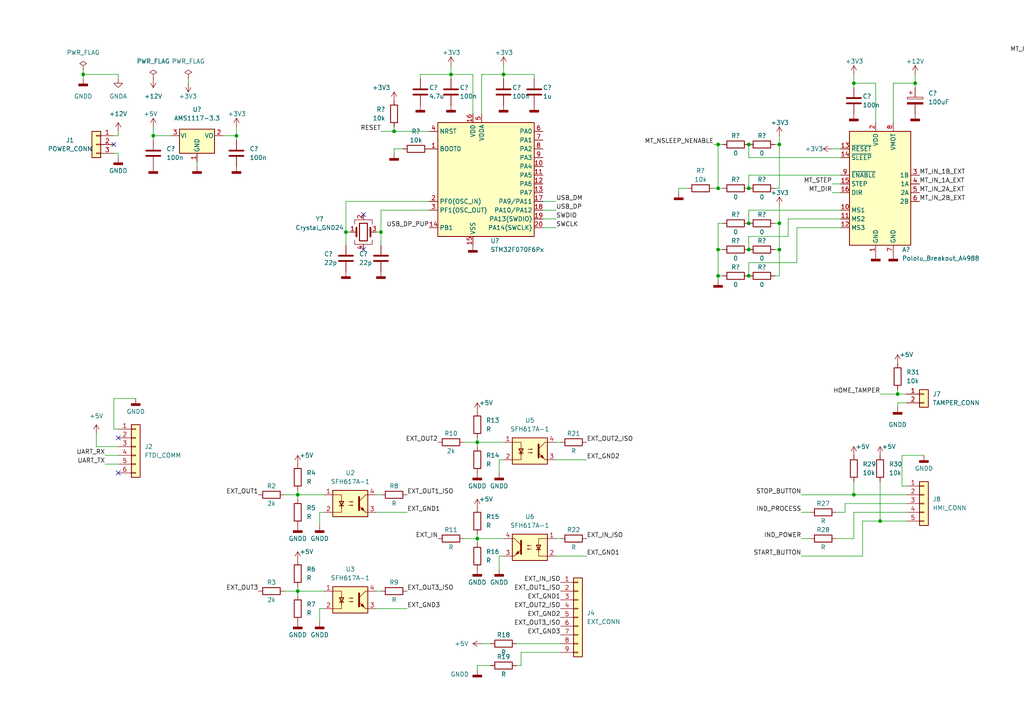
<source format=kicad_sch>
(kicad_sch (version 20211123) (generator eeschema)
  (paper "A4")
  (lib_symbols
    (symbol "Connector:USB_B_Mini" (pin_names (offset 1.016))
      (property "Reference" "J" (at -5.08 11.43 0))
      (property "Value" "USB_B_Mini" (at -5.08 8.89 0))
      (symbol "USB_B_Mini_1_1"
        (pin power_out line (at 7.62 5.08 180) (length 2.54) (name "VBUS") (number "1"))
        (pin bidirectional line (at 7.62 -2.54 180) (length 2.54) (name "D-") (number "2"))
        (pin bidirectional line (at 7.62 0 180) (length 2.54) (name "D+") (number "3"))
        (pin passive line (at 7.62 -5.08 180) (length 2.54) (name "ID") (number "4"))
        (pin power_out line (at 0 -10.16 90) (length 2.54) (name "GND") (number "5"))
        (pin passive line (at -2.54 -10.16 90) (length 2.54) (name "Shield") (number "6"))
      )
    )
    (symbol "Connector_Generic:Conn_01x02" (pin_names (offset 1.016) hide)
      (property "Reference" "J" (at 0 2.54 0))
      (property "Value" "Conn_01x02" (at 0 -5.08 0))
      (symbol "Conn_01x02_1_1"
        (pin passive line (at -5.08 0 0) (length 3.81) (name "Pin_1") (number "1"))
        (pin passive line (at -5.08 -2.54 0) (length 3.81) (name "Pin_2") (number "2"))
      )
    )
    (symbol "Connector_Generic:Conn_01x03" (pin_names (offset 1.016) hide)
      (property "Reference" "J" (at 0 5.08 0))
      (property "Value" "Conn_01x03" (at 0 -5.08 0))
      (symbol "Conn_01x03_1_1"
        (pin passive line (at -5.08 2.54 0) (length 3.81) (name "Pin_1") (number "1"))
        (pin passive line (at -5.08 0 0) (length 3.81) (name "Pin_2") (number "2"))
        (pin passive line (at -5.08 -2.54 0) (length 3.81) (name "Pin_3") (number "3"))
      )
    )
    (symbol "Connector_Generic:Conn_01x04" (pin_names (offset 1.016) hide)
      (property "Reference" "J" (at 0 5.08 0))
      (property "Value" "Conn_01x04" (at 0 -7.62 0))
      (symbol "Conn_01x04_1_1"
        (pin passive line (at -5.08 2.54 0) (length 3.81) (name "Pin_1") (number "1"))
        (pin passive line (at -5.08 0 0) (length 3.81) (name "Pin_2") (number "2"))
        (pin passive line (at -5.08 -2.54 0) (length 3.81) (name "Pin_3") (number "3"))
        (pin passive line (at -5.08 -5.08 0) (length 3.81) (name "Pin_4") (number "4"))
      )
    )
    (symbol "Connector_Generic:Conn_01x05" (pin_names (offset 1.016) hide)
      (property "Reference" "J" (at 0 7.62 0))
      (property "Value" "Conn_01x05" (at 0 -7.62 0))
      (symbol "Conn_01x05_1_1"
        (pin passive line (at -5.08 5.08 0) (length 3.81) (name "Pin_1") (number "1"))
        (pin passive line (at -5.08 2.54 0) (length 3.81) (name "Pin_2") (number "2"))
        (pin passive line (at -5.08 0 0) (length 3.81) (name "Pin_3") (number "3"))
        (pin passive line (at -5.08 -2.54 0) (length 3.81) (name "Pin_4") (number "4"))
        (pin passive line (at -5.08 -5.08 0) (length 3.81) (name "Pin_5") (number "5"))
      )
    )
    (symbol "Connector_Generic:Conn_01x06" (pin_names (offset 1.016) hide)
      (property "Reference" "J" (at 0 7.62 0))
      (property "Value" "Conn_01x06" (at 0 -10.16 0))
      (symbol "Conn_01x06_1_1"
        (pin passive line (at -5.08 5.08 0) (length 3.81) (name "Pin_1") (number "1"))
        (pin passive line (at -5.08 2.54 0) (length 3.81) (name "Pin_2") (number "2"))
        (pin passive line (at -5.08 0 0) (length 3.81) (name "Pin_3") (number "3"))
        (pin passive line (at -5.08 -2.54 0) (length 3.81) (name "Pin_4") (number "4"))
        (pin passive line (at -5.08 -5.08 0) (length 3.81) (name "Pin_5") (number "5"))
        (pin passive line (at -5.08 -7.62 0) (length 3.81) (name "Pin_6") (number "6"))
      )
    )
    (symbol "Connector_Generic:Conn_01x09" (pin_names (offset 1.016) hide)
      (property "Reference" "J" (at 0 12.7 0))
      (property "Value" "Conn_01x09" (at 0 -12.7 0))
      (symbol "Conn_01x09_1_1"
        (pin passive line (at -5.08 10.16 0) (length 3.81) (name "Pin_1") (number "1"))
        (pin passive line (at -5.08 7.62 0) (length 3.81) (name "Pin_2") (number "2"))
        (pin passive line (at -5.08 5.08 0) (length 3.81) (name "Pin_3") (number "3"))
        (pin passive line (at -5.08 2.54 0) (length 3.81) (name "Pin_4") (number "4"))
        (pin passive line (at -5.08 0 0) (length 3.81) (name "Pin_5") (number "5"))
        (pin passive line (at -5.08 -2.54 0) (length 3.81) (name "Pin_6") (number "6"))
        (pin passive line (at -5.08 -5.08 0) (length 3.81) (name "Pin_7") (number "7"))
        (pin passive line (at -5.08 -7.62 0) (length 3.81) (name "Pin_8") (number "8"))
        (pin passive line (at -5.08 -10.16 0) (length 3.81) (name "Pin_9") (number "9"))
      )
    )
    (symbol "Device:Buzzer" (pin_names (offset 0.0254) hide)
      (property "Reference" "BZ" (at 3.81 1.27 0))
      (property "Value" "Buzzer" (at 3.81 -1.27 0))
      (symbol "Buzzer_1_1"
        (pin passive line (at -2.54 2.54 0) (length 2.54) (name "-") (number "1"))
        (pin passive line (at -2.54 -2.54 0) (length 2.54) (name "+") (number "2"))
      )
    )
    (symbol "Device:C" (pin_numbers hide) (pin_names (offset 0.254))
      (property "Reference" "C" (at 0.635 2.54 0))
      (property "Value" "C" (at 0.635 -2.54 0))
      (symbol "C_1_1"
        (pin passive line (at 0 3.81 270) (length 2.794) (name "~") (number "1"))
        (pin passive line (at 0 -3.81 90) (length 2.794) (name "~") (number "2"))
      )
    )
    (symbol "Device:C_Polarized" (pin_numbers hide) (pin_names (offset 0.254))
      (property "Reference" "C" (at 0.635 2.54 0))
      (property "Value" "C_Polarized" (at 0.635 -2.54 0))
      (symbol "C_Polarized_1_1"
        (pin passive line (at 0 3.81 270) (length 2.794) (name "~") (number "1"))
        (pin passive line (at 0 -3.81 90) (length 2.794) (name "~") (number "2"))
      )
    )
    (symbol "Device:Crystal_GND24" (pin_names (offset 1.016) hide)
      (property "Reference" "Y" (at 3.175 5.08 0))
      (property "Value" "Crystal_GND24" (at 3.175 3.175 0))
      (symbol "Crystal_GND24_1_1"
        (pin passive line (at -3.81 0 0) (length 1.27) (name "1") (number "1"))
        (pin passive line (at 0 5.08 270) (length 1.27) (name "2") (number "2"))
        (pin passive line (at 3.81 0 180) (length 1.27) (name "3") (number "3"))
        (pin passive line (at 0 -5.08 90) (length 1.27) (name "4") (number "4"))
      )
    )
    (symbol "Device:R" (pin_numbers hide) (pin_names (offset 0))
      (property "Reference" "R" (at 2.032 0 90))
      (property "Value" "R" (at 0 0 90))
      (symbol "R_1_1"
        (pin passive line (at 0 3.81 270) (length 1.27) (name "~") (number "1"))
        (pin passive line (at 0 -3.81 90) (length 1.27) (name "~") (number "2"))
      )
    )
    (symbol "Driver_Motor:Pololu_Breakout_A4988"
      (property "Reference" "A" (at -2.54 19.05 0))
      (property "Value" "Pololu_Breakout_A4988" (at -2.54 16.51 0))
      (symbol "Pololu_Breakout_A4988_1_1"
        (pin power_in line (at 0 -20.32 90) (length 2.54) (name "GND") (number "1"))
        (pin input line (at -10.16 -7.62 0) (length 2.54) (name "MS1") (number "10"))
        (pin input line (at -10.16 -10.16 0) (length 2.54) (name "MS2") (number "11"))
        (pin input line (at -10.16 -12.7 0) (length 2.54) (name "MS3") (number "12"))
        (pin input line (at -10.16 10.16 0) (length 2.54) (name "~{RESET}") (number "13"))
        (pin input line (at -10.16 7.62 0) (length 2.54) (name "~{SLEEP}") (number "14"))
        (pin input line (at -10.16 0 0) (length 2.54) (name "STEP") (number "15"))
        (pin input line (at -10.16 -2.54 0) (length 2.54) (name "DIR") (number "16"))
        (pin power_in line (at 0 17.78 270) (length 2.54) (name "VDD") (number "2"))
        (pin output line (at 12.7 2.54 180) (length 2.54) (name "1B") (number "3"))
        (pin output line (at 12.7 0 180) (length 2.54) (name "1A") (number "4"))
        (pin output line (at 12.7 -2.54 180) (length 2.54) (name "2A") (number "5"))
        (pin output line (at 12.7 -5.08 180) (length 2.54) (name "2B") (number "6"))
        (pin power_in line (at 5.08 -20.32 90) (length 2.54) (name "GND") (number "7"))
        (pin power_in line (at 5.08 17.78 270) (length 2.54) (name "VMOT") (number "8"))
        (pin input line (at -10.16 2.54 0) (length 2.54) (name "~{ENABLE}") (number "9"))
      )
    )
    (symbol "Isolator:SFH617A-1" (pin_names (offset 1.016))
      (property "Reference" "U" (at -5.08 5.08 0))
      (property "Value" "SFH617A-1" (at 0 5.08 0))
      (symbol "SFH617A-1_1_1"
        (pin passive line (at -7.62 2.54 0) (length 2.54) (name "~") (number "1"))
        (pin passive line (at -7.62 -2.54 0) (length 2.54) (name "~") (number "2"))
        (pin passive line (at 7.62 -2.54 180) (length 2.54) (name "~") (number "3"))
        (pin passive line (at 7.62 2.54 180) (length 2.54) (name "~") (number "4"))
      )
    )
    (symbol "MCU_ST_STM32F0:STM32F070F6Px"
      (property "Reference" "U?" (at -3.0606 -20.32 0))
      (property "Value" "STM32F070F6Px" (at -3.0606 -22.86 0))
      (symbol "STM32F070F6Px_1_1"
        (pin input line (at -17.78 7.62 0) (length 2.54) (name "BOOT0") (number "1"))
        (pin bidirectional line (at 15.24 2.54 180) (length 2.54) (name "PA4") (number "10"))
        (pin bidirectional line (at 15.24 0 180) (length 2.54) (name "PA5") (number "11"))
        (pin bidirectional line (at 15.24 -2.54 180) (length 2.54) (name "PA6") (number "12"))
        (pin bidirectional line (at 15.24 -5.08 180) (length 2.54) (name "PA7") (number "13"))
        (pin bidirectional line (at -17.78 -15.24 0) (length 2.54) (name "PB1") (number "14"))
        (pin power_in line (at -5.08 -20.32 90) (length 2.54) (name "VSS") (number "15"))
        (pin power_in line (at -5.08 17.78 270) (length 2.54) (name "VDD") (number "16"))
        (pin bidirectional line (at 15.24 -7.62 180) (length 2.54) (name "PA9/PA11") (number "17"))
        (pin bidirectional line (at 15.24 -10.16 180) (length 2.54) (name "PA10/PA12") (number "18"))
        (pin bidirectional line (at 15.24 -12.7 180) (length 2.54) (name "PA13(SWDIO)") (number "19"))
        (pin input line (at -17.78 -7.62 0) (length 2.54) (name "PF0(OSC_IN)") (number "2"))
        (pin bidirectional line (at 15.24 -15.24 180) (length 2.54) (name "PA14(SWCLK)") (number "20"))
        (pin input line (at -17.78 -10.16 0) (length 2.54) (name "PF1(OSC_OUT)") (number "3"))
        (pin input line (at -17.78 12.7 0) (length 2.54) (name "NRST") (number "4"))
        (pin power_in line (at -2.54 17.78 270) (length 2.54) (name "VDDA") (number "5"))
        (pin bidirectional line (at 15.24 12.7 180) (length 2.54) (name "PA0") (number "6"))
        (pin bidirectional line (at 15.24 10.16 180) (length 2.54) (name "PA1") (number "7"))
        (pin bidirectional line (at 15.24 7.62 180) (length 2.54) (name "PA2") (number "8"))
        (pin bidirectional line (at 15.24 5.08 180) (length 2.54) (name "PA3") (number "9"))
      )
    )
    (symbol "Regulator_Linear:AMS1117-3.3" (pin_names (offset 0.254))
      (property "Reference" "U" (at -3.81 3.175 0))
      (property "Value" "AMS1117-3.3" (at 0 3.175 0))
      (symbol "AMS1117-3.3_1_1"
        (pin power_in line (at 0 -7.62 90) (length 2.54) (name "GND") (number "1"))
        (pin power_out line (at 7.62 0 180) (length 2.54) (name "VO") (number "2"))
        (pin power_in line (at -7.62 0 0) (length 2.54) (name "VI") (number "3"))
      )
    )
    (symbol "power:+12V" (power) (pin_names (offset 0))
      (property "Value" "+12V" (at 0 3.556 0))
      (symbol "+12V_1_1"
        (pin power_in line (at 0 0 90) (length 0) hide (name "+12V") (number "1"))
      )
    )
    (symbol "power:+3.3V" (power) (pin_names (offset 0))
      (property "Value" "+3.3V" (at 0 3.556 0))
      (symbol "+3.3V_1_1"
        (pin power_in line (at 0 0 90) (length 0) hide (name "+3V3") (number "1"))
      )
    )
    (symbol "power:+5V" (power) (pin_names (offset 0))
      (property "Value" "+5V" (at 0 3.556 0))
      (symbol "+5V_1_1"
        (pin power_in line (at 0 0 90) (length 0) hide (name "+5V") (number "1"))
      )
    )
    (symbol "power:GNDA" (power) (pin_names (offset 0))
      (property "Value" "GNDA" (at 0 -3.81 0))
      (symbol "GNDA_1_1"
        (pin power_in line (at 0 0 270) (length 0) hide (name "GNDA") (number "1"))
      )
    )
    (symbol "power:GNDD" (power) (pin_names (offset 0))
      (property "Value" "GNDD" (at 0 -3.175 0))
      (symbol "GNDD_1_1"
        (pin power_in line (at 0 0 270) (length 0) hide (name "GNDD") (number "1"))
      )
    )
    (symbol "power:PWR_FLAG" (power) (pin_numbers hide) (pin_names (offset 0) hide)
      (property "Value" "PWR_FLAG" (at 0 3.81 0))
      (symbol "PWR_FLAG_0_0"
        (pin power_out line (at 0 0 90) (length 0) (name "pwr") (number "1"))
      )
    )
  )
  (junction (at 68.58 39.37))
  (junction (at 208.28 72.39))
  (junction (at 114.3 38.1))
  (junction (at 138.43 156.21))
  (junction (at 255.27 151.13))
  (junction (at 372.11 111.76))
  (junction (at 100.33 67.31))
  (junction (at 217.17 72.39))
  (junction (at 86.36 143.51))
  (junction (at 138.43 128.27))
  (junction (at 217.17 54.61))
  (junction (at 265.43 24.13))
  (junction (at 247.65 24.13))
  (junction (at 260.35 114.3))
  (junction (at 208.28 41.91))
  (junction (at 217.17 80.01))
  (junction (at 130.81 21.59))
  (junction (at 208.28 80.01))
  (junction (at 226.06 72.39))
  (junction (at 377.19 121.92))
  (junction (at 226.06 41.91))
  (junction (at 217.17 64.77))
  (junction (at 226.06 64.77))
  (junction (at 146.05 21.59))
  (junction (at 110.49 67.31))
  (junction (at 208.28 54.61))
  (junction (at 44.45 39.37))
  (junction (at 217.17 41.91))
  (junction (at 247.65 143.51))
  (junction (at 24.13 21.59))
  (junction (at 86.36 171.45))
  (junction (at 384.81 121.92))
  (no_connect (at 34.29 127))
  (no_connect (at 34.29 137.16))
  (no_connect (at 33.02 41.91))
  (no_connect (at 105.41 62.23))
  (no_connect (at 105.41 72.39))
  (wire (pts (xy 260.35 113.03) (xy 260.35 114.3)))
  (wire (pts (xy 326.39 64.77) (xy 326.39 67.31)))
  (wire (pts (xy 144.78 161.29) (xy 146.05 161.29)))
  (wire (pts (xy 86.36 170.18) (xy 86.36 171.45)))
  (wire (pts (xy 134.62 128.27) (xy 138.43 128.27)))
  (wire (pts (xy 199.39 54.61) (xy 196.85 54.61)))
  (wire (pts (xy 121.92 22.86) (xy 121.92 21.59)))
  (wire (pts (xy 247.65 139.7) (xy 247.65 143.51)))
  (wire (pts (xy 226.06 80.01) (xy 226.06 72.39)))
  (wire (pts (xy 110.49 38.1) (xy 114.3 38.1)))
  (wire (pts (xy 82.55 143.51) (xy 86.36 143.51)))
  (wire (pts (xy 320.04 106.68) (xy 322.58 106.68)))
  (wire (pts (xy 86.36 142.24) (xy 86.36 143.51)))
  (wire (pts (xy 100.33 58.42) (xy 124.46 58.42)))
  (wire (pts (xy 100.33 67.31) (xy 101.6 67.31)))
  (wire (pts (xy 369.57 104.14) (xy 372.11 104.14)))
  (wire (pts (xy 139.7 33.02) (xy 139.7 21.59)))
  (wire (pts (xy 92.71 148.59) (xy 93.98 148.59)))
  (wire (pts (xy 260.35 116.84) (xy 262.89 116.84)))
  (wire (pts (xy 138.43 193.04) (xy 142.24 193.04)))
  (wire (pts (xy 317.5 59.69) (xy 318.77 59.69)))
  (wire (pts (xy 247.65 143.51) (xy 262.89 143.51)))
  (wire (pts (xy 231.14 66.04) (xy 231.14 76.2)))
  (wire (pts (xy 208.28 41.91) (xy 209.55 41.91)))
  (wire (pts (xy 217.17 60.96) (xy 217.17 64.77)))
  (wire (pts (xy 255.27 114.3) (xy 260.35 114.3)))
  (wire (pts (xy 262.89 148.59) (xy 247.65 148.59)))
  (wire (pts (xy 312.42 109.22) (xy 322.58 109.22)))
  (wire (pts (xy 260.35 114.3) (xy 262.89 114.3)))
  (wire (pts (xy 161.29 128.27) (xy 162.56 128.27)))
  (wire (pts (xy 328.93 64.77) (xy 326.39 64.77)))
  (wire (pts (xy 130.81 19.05) (xy 130.81 21.59)))
  (wire (pts (xy 232.41 148.59) (xy 234.95 148.59)))
  (wire (pts (xy 144.78 165.1) (xy 144.78 161.29)))
  (wire (pts (xy 313.69 24.13) (xy 317.5 24.13)))
  (wire (pts (xy 207.01 41.91) (xy 208.28 41.91)))
  (wire (pts (xy 317.5 19.05) (xy 314.96 19.05)))
  (wire (pts (xy 361.95 111.76) (xy 360.68 111.76)))
  (wire (pts (xy 255.27 139.7) (xy 255.27 151.13)))
  (wire (pts (xy 162.56 189.23) (xy 151.13 189.23)))
  (wire (pts (xy 265.43 24.13) (xy 265.43 25.4)))
  (wire (pts (xy 57.15 46.99) (xy 57.15 48.26)))
  (wire (pts (xy 241.3 43.18) (xy 243.84 43.18)))
  (wire (pts (xy 138.43 156.21) (xy 138.43 157.48)))
  (wire (pts (xy 375.92 106.68) (xy 375.92 101.6)))
  (wire (pts (xy 154.94 21.59) (xy 146.05 21.59)))
  (wire (pts (xy 217.17 76.2) (xy 217.17 80.01)))
  (wire (pts (xy 86.36 143.51) (xy 86.36 144.78)))
  (wire (pts (xy 232.41 143.51) (xy 247.65 143.51)))
  (wire (pts (xy 144.78 133.35) (xy 146.05 133.35)))
  (wire (pts (xy 157.48 66.04) (xy 161.29 66.04)))
  (wire (pts (xy 243.84 63.5) (xy 228.6 63.5)))
  (wire (pts (xy 161.29 133.35) (xy 170.18 133.35)))
  (wire (pts (xy 217.17 50.8) (xy 217.17 54.61)))
  (wire (pts (xy 92.71 180.34) (xy 92.71 176.53)))
  (wire (pts (xy 138.43 128.27) (xy 146.05 128.27)))
  (wire (pts (xy 318.77 116.84) (xy 322.58 116.84)))
  (wire (pts (xy 151.13 189.23) (xy 151.13 193.04)))
  (wire (pts (xy 144.78 137.16) (xy 144.78 133.35)))
  (wire (pts (xy 208.28 54.61) (xy 208.28 41.91)))
  (wire (pts (xy 254 35.56) (xy 254 24.13)))
  (wire (pts (xy 320.04 119.38) (xy 320.04 106.68)))
  (wire (pts (xy 149.86 186.69) (xy 162.56 186.69)))
  (wire (pts (xy 138.43 193.04) (xy 138.43 194.31)))
  (wire (pts (xy 100.33 67.31) (xy 100.33 71.12)))
  (wire (pts (xy 121.92 21.59) (xy 130.81 21.59)))
  (wire (pts (xy 208.28 80.01) (xy 209.55 80.01)))
  (wire (pts (xy 313.69 21.59) (xy 317.5 21.59)))
  (wire (pts (xy 208.28 64.77) (xy 209.55 64.77)))
  (wire (pts (xy 139.7 186.69) (xy 142.24 186.69)))
  (wire (pts (xy 261.62 132.08) (xy 267.97 132.08)))
  (wire (pts (xy 124.46 60.96) (xy 110.49 60.96)))
  (wire (pts (xy 224.79 72.39) (xy 226.06 72.39)))
  (wire (pts (xy 146.05 19.05) (xy 146.05 21.59)))
  (wire (pts (xy 116.84 43.18) (xy 114.3 43.18)))
  (wire (pts (xy 64.77 39.37) (xy 68.58 39.37)))
  (wire (pts (xy 217.17 68.58) (xy 217.17 72.39)))
  (wire (pts (xy 109.22 143.51) (xy 110.49 143.51)))
  (wire (pts (xy 33.02 44.45) (xy 34.29 44.45)))
  (wire (pts (xy 109.22 176.53) (xy 118.11 176.53)))
  (wire (pts (xy 139.7 21.59) (xy 146.05 21.59)))
  (wire (pts (xy 34.29 39.37) (xy 34.29 38.1)))
  (wire (pts (xy 377.19 111.76) (xy 372.11 111.76)))
  (wire (pts (xy 306.07 15.24) (xy 307.34 15.24)))
  (wire (pts (xy 86.36 171.45) (xy 93.98 171.45)))
  (wire (pts (xy 34.29 22.86) (xy 34.29 21.59)))
  (wire (pts (xy 226.06 72.39) (xy 226.06 64.77)))
  (wire (pts (xy 318.77 114.3) (xy 322.58 114.3)))
  (wire (pts (xy 326.39 59.69) (xy 328.93 59.69)))
  (wire (pts (xy 261.62 140.97) (xy 261.62 132.08)))
  (wire (pts (xy 33.02 39.37) (xy 34.29 39.37)))
  (wire (pts (xy 245.11 148.59) (xy 242.57 148.59)))
  (wire (pts (xy 255.27 151.13) (xy 262.89 151.13)))
  (wire (pts (xy 157.48 58.42) (xy 161.29 58.42)))
  (wire (pts (xy 232.41 161.29) (xy 250.19 161.29)))
  (wire (pts (xy 137.16 21.59) (xy 130.81 21.59)))
  (wire (pts (xy 27.94 129.54) (xy 27.94 125.73)))
  (wire (pts (xy 318.77 111.76) (xy 322.58 111.76)))
  (wire (pts (xy 44.45 39.37) (xy 44.45 40.64)))
  (wire (pts (xy 34.29 124.46) (xy 33.02 124.46)))
  (wire (pts (xy 232.41 156.21) (xy 234.95 156.21)))
  (wire (pts (xy 313.69 26.67) (xy 317.5 26.67)))
  (wire (pts (xy 228.6 68.58) (xy 217.17 68.58)))
  (wire (pts (xy 361.95 104.14) (xy 360.68 104.14)))
  (wire (pts (xy 208.28 81.28) (xy 208.28 80.01)))
  (wire (pts (xy 110.49 60.96) (xy 110.49 67.31)))
  (wire (pts (xy 100.33 58.42) (xy 100.33 67.31)))
  (wire (pts (xy 259.08 35.56) (xy 259.08 24.13)))
  (wire (pts (xy 372.11 111.76) (xy 369.57 111.76)))
  (wire (pts (xy 377.19 116.84) (xy 377.19 121.92)))
  (wire (pts (xy 260.35 118.11) (xy 260.35 116.84)))
  (wire (pts (xy 243.84 60.96) (xy 217.17 60.96)))
  (wire (pts (xy 387.35 121.92) (xy 384.81 121.92)))
  (wire (pts (xy 161.29 156.21) (xy 162.56 156.21)))
  (wire (pts (xy 161.29 161.29) (xy 170.18 161.29)))
  (wire (pts (xy 34.29 44.45) (xy 34.29 45.72)))
  (wire (pts (xy 24.13 21.59) (xy 24.13 22.86)))
  (wire (pts (xy 138.43 154.94) (xy 138.43 156.21)))
  (wire (pts (xy 247.65 156.21) (xy 242.57 156.21)))
  (wire (pts (xy 137.16 33.02) (xy 137.16 21.59)))
  (wire (pts (xy 33.02 124.46) (xy 33.02 115.57)))
  (wire (pts (xy 247.65 148.59) (xy 247.65 156.21)))
  (wire (pts (xy 138.43 156.21) (xy 146.05 156.21)))
  (wire (pts (xy 262.89 146.05) (xy 245.11 146.05)))
  (wire (pts (xy 86.36 143.51) (xy 93.98 143.51)))
  (wire (pts (xy 208.28 54.61) (xy 209.55 54.61)))
  (wire (pts (xy 157.48 60.96) (xy 161.29 60.96)))
  (wire (pts (xy 208.28 80.01) (xy 208.28 72.39)))
  (wire (pts (xy 114.3 36.83) (xy 114.3 38.1)))
  (wire (pts (xy 250.19 151.13) (xy 255.27 151.13)))
  (wire (pts (xy 372.11 104.14) (xy 372.11 111.76)))
  (wire (pts (xy 245.11 146.05) (xy 245.11 148.59)))
  (wire (pts (xy 114.3 43.18) (xy 114.3 44.45)))
  (wire (pts (xy 369.57 119.38) (xy 372.11 119.38)))
  (wire (pts (xy 109.22 171.45) (xy 110.49 171.45)))
  (wire (pts (xy 265.43 21.59) (xy 265.43 24.13)))
  (wire (pts (xy 208.28 72.39) (xy 208.28 64.77)))
  (wire (pts (xy 110.49 67.31) (xy 110.49 71.12)))
  (wire (pts (xy 250.19 161.29) (xy 250.19 151.13)))
  (wire (pts (xy 241.3 53.34) (xy 243.84 53.34)))
  (wire (pts (xy 228.6 63.5) (xy 228.6 68.58)))
  (wire (pts (xy 217.17 45.72) (xy 243.84 45.72)))
  (wire (pts (xy 82.55 171.45) (xy 86.36 171.45)))
  (wire (pts (xy 24.13 20.32) (xy 24.13 21.59)))
  (wire (pts (xy 54.61 24.13) (xy 54.61 22.86)))
  (wire (pts (xy 384.81 121.92) (xy 377.19 121.92)))
  (wire (pts (xy 217.17 50.8) (xy 243.84 50.8)))
  (wire (pts (xy 146.05 21.59) (xy 146.05 22.86)))
  (wire (pts (xy 44.45 36.83) (xy 44.45 39.37)))
  (wire (pts (xy 134.62 156.21) (xy 138.43 156.21)))
  (wire (pts (xy 247.65 21.59) (xy 247.65 24.13)))
  (wire (pts (xy 208.28 72.39) (xy 209.55 72.39)))
  (wire (pts (xy 377.19 121.92) (xy 377.19 124.46)))
  (wire (pts (xy 224.79 41.91) (xy 226.06 41.91)))
  (wire (pts (xy 314.96 19.05) (xy 314.96 15.24)))
  (wire (pts (xy 361.95 119.38) (xy 360.68 119.38)))
  (wire (pts (xy 86.36 171.45) (xy 86.36 172.72)))
  (wire (pts (xy 217.17 45.72) (xy 217.17 41.91)))
  (wire (pts (xy 30.48 134.62) (xy 34.29 134.62)))
  (wire (pts (xy 68.58 36.83) (xy 68.58 39.37)))
  (wire (pts (xy 247.65 24.13) (xy 247.65 25.4)))
  (wire (pts (xy 254 24.13) (xy 247.65 24.13)))
  (wire (pts (xy 68.58 39.37) (xy 68.58 40.64)))
  (wire (pts (xy 243.84 66.04) (xy 231.14 66.04)))
  (wire (pts (xy 224.79 80.01) (xy 226.06 80.01)))
  (wire (pts (xy 224.79 64.77) (xy 226.06 64.77)))
  (wire (pts (xy 231.14 76.2) (xy 217.17 76.2)))
  (wire (pts (xy 226.06 39.37) (xy 226.06 41.91)))
  (wire (pts (xy 34.29 129.54) (xy 27.94 129.54)))
  (wire (pts (xy 130.81 21.59) (xy 130.81 22.86)))
  (wire (pts (xy 262.89 140.97) (xy 261.62 140.97)))
  (wire (pts (xy 151.13 193.04) (xy 149.86 193.04)))
  (wire (pts (xy 207.01 54.61) (xy 208.28 54.61)))
  (wire (pts (xy 372.11 119.38) (xy 372.11 114.3)))
  (wire (pts (xy 24.13 21.59) (xy 34.29 21.59)))
  (wire (pts (xy 92.71 176.53) (xy 93.98 176.53)))
  (wire (pts (xy 109.22 67.31) (xy 110.49 67.31)))
  (wire (pts (xy 138.43 127) (xy 138.43 128.27)))
  (wire (pts (xy 138.43 128.27) (xy 138.43 129.54)))
  (wire (pts (xy 92.71 152.4) (xy 92.71 148.59)))
  (wire (pts (xy 114.3 38.1) (xy 124.46 38.1)))
  (wire (pts (xy 377.19 106.68) (xy 375.92 106.68)))
  (wire (pts (xy 226.06 64.77) (xy 226.06 59.69)))
  (wire (pts (xy 33.02 115.57) (xy 39.37 115.57)))
  (wire (pts (xy 154.94 22.86) (xy 154.94 21.59)))
  (wire (pts (xy 226.06 41.91) (xy 226.06 54.61)))
  (wire (pts (xy 44.45 39.37) (xy 49.53 39.37)))
  (wire (pts (xy 224.79 54.61) (xy 226.06 54.61)))
  (wire (pts (xy 30.48 132.08) (xy 34.29 132.08)))
  (wire (pts (xy 157.48 63.5) (xy 161.29 63.5)))
  (wire (pts (xy 241.3 55.88) (xy 243.84 55.88)))
  (wire (pts (xy 372.11 114.3) (xy 377.19 114.3)))
  (wire (pts (xy 259.08 24.13) (xy 265.43 24.13)))
  (wire (pts (xy 196.85 54.61) (xy 196.85 55.88)))
  (wire (pts (xy 109.22 148.59) (xy 118.11 148.59)))
  (text "PF0 - OSC_IN\nPF1 - OSC_OUT\n\nPA0 - USART2_CTS, USART4_TX, RTC_TAMP2, WKUP1, ADC_IN0\nPA1 - USART2_RTS, TIM15_CH1N, USART4_RX, ADC_IN1\nPA2 - USART2_TX, TIM15_CH1, ADC_IN2, WKUP4\nPA3 - USART2_RX, TIM15_CH2, ADC_IN3\nPA4 - SPI1_NSS, TIM14_CH1, USART2_CK, ADC_IN4\nPA5 - SPI1_SCK, ADC_IN5\nPA6 - SPI1_MISO, TIM3_CH1, TIM1_BKIN, TIM16_CH1, USART3_CTS, ADC_IN6\nPA7 - SPI1_MOSI, TIM3_CH2, TIM14_CH1, TIM1_CH1N, TIM17_CH1, ADC_IN7\nPA9 - USART1_TX, TIM1_CH2, TIM15_BKIN, I2C1_SCK\nPA10 - USART1_RX, TIM1_CH3, TIM17_BKIN, I2C1_SDA\nPA11 - USART1_CTS, TIM1_CH4, USB_DM\nPA12 - USART1_RTS, TIM1_ETR, USB_DP\nPA13 - SWDIO\nPA14 - SWCLK\n\nPB1 - TIM3_CH4, USART3_RTS, TIM14_CH1, TIM1_CH3N, ADC_IN9" (at 314.96 179.07 0) (effects (font (size 1.27 1.27)) (justify left bottom)))
  (label "UART_RX" (at 30.48 132.08 180))
  (label "MT_IN_1B_EXT" (at 266.7 50.8 0))
  (label "UART_TX" (at 30.48 134.62 180))
  (label "EXT_OUT1" (at 74.93 143.51 180))
  (label "SWCLK" (at 161.29 66.04 0))
  (label "EXT_GND2" (at 162.56 179.07 180))
  (label "EXT_IN" (at 127 156.21 180))
  (label "EXT_OUT3" (at 74.93 171.45 180))
  (label "EXT_OUT3_ISO" (at 118.11 171.45 0))
  (label "MT_IN_2B_EXT" (at 266.7 58.42 0))
  (label "USB_DM" (at 360.68 119.38 180))
  (label "SWCLK" (at 318.77 116.84 180))
  (label "EXT_OUT2" (at 127 128.27 180))
  (label "IND_PROCESS" (at 232.41 148.59 180))
  (label "MT_NSLEEP_NENABLE" (at 207.01 41.91 180))
  (label "EXT_GND1" (at 118.11 148.59 0))
  (label "EXT_GND2" (at 170.18 133.35 0))
  (label "EXT_OUT2_ISO" (at 170.18 128.27 0))
  (label "EXT_IN_ISO" (at 170.18 156.21 0))
  (label "SWDIO" (at 161.29 63.5 0))
  (label "MT_IN_2A_EXT" (at 306.07 15.24 180))
  (label "STOP_BUTTON" (at 232.41 143.51 180))
  (label "MT_IN_2B_EXT" (at 313.69 24.13 180))
  (label "EXT_OUT3_ISO" (at 162.56 181.61 180))
  (label "EXT_OUT2_ISO" (at 162.56 176.53 180))
  (label "HOME_TAMPER" (at 255.27 114.3 180))
  (label "USB_DP_PUP" (at 360.68 104.14 180))
  (label "MT_IN_1A_EXT" (at 313.69 26.67 180))
  (label "USB_DP_PUP" (at 124.46 66.04 180))
  (label "EXT_GND3" (at 118.11 176.53 0))
  (label "BUZZER" (at 317.5 59.69 180))
  (label "MT_IN_2A_EXT" (at 266.7 55.88 0))
  (label "EXT_IN_ISO" (at 162.56 168.91 180))
  (label "USB_DP" (at 360.68 111.76 180))
  (label "EXT_OUT1_ISO" (at 162.56 171.45 180))
  (label "MT_IN_1B_EXT" (at 313.69 21.59 180))
  (label "EXT_GND1" (at 170.18 161.29 0))
  (label "USB_DM" (at 161.29 58.42 0))
  (label "EXT_GND1" (at 162.56 173.99 180))
  (label "SWDIO" (at 318.77 111.76 180))
  (label "START_BUTTON" (at 232.41 161.29 180))
  (label "RESET" (at 110.49 38.1 180))
  (label "EXT_GND3" (at 162.56 184.15 180))
  (label "MT_IN_1A_EXT" (at 266.7 53.34 0))
  (label "EXT_OUT1_ISO" (at 118.11 143.51 0))
  (label "MT_STEP" (at 241.3 53.34 180))
  (label "USB_DP" (at 161.29 60.96 0))
  (label "MT_DIR" (at 241.3 55.88 180))
  (label "IND_POWER" (at 232.41 156.21 180))
  (label "RESET" (at 318.77 114.3 180))
  (symbol (lib_id "Device:R") (at 322.58 59.69 90) (unit 1)
    (property "Reference" "R20" (at 322.58 57.15 90))
    (property "Value" "0" (at 322.58 62.23 90))
    (property "Footprint" "Resistor_SMD:R_0603_1608Metric" (effects hide))
  )
  (symbol (lib_id "power:+5V") (at 260.35 105.41 0) (unit 1)
    (property "Reference" "#PWR071" (effects hide))
    (property "Value" "+5V" (at 262.89 102.87 0))
  )
  (symbol (lib_id "Connector_Generic:Conn_01x09") (at 167.64 179.07 0) (unit 1)
    (property "Reference" "J4" (at 170.18 177.7999 0) (effects (justify left)))
    (property "Value" "EXT_CONN" (at 170.18 180.3399 0) (effects (justify left)))
    (property "Footprint" "Connector_PinHeader_2.54mm:PinHeader_1x09_P2.54mm_Vertical" (effects hide))
  )
  (symbol (lib_id "power:+3.3V") (at 54.61 24.13 180) (unit 1)
    (property "Reference" "#PWR?" (effects hide))
    (property "Value" "+3.3V" (at 57.15 27.94 0) (effects (justify left)))
  )
  (symbol (lib_id "Device:R") (at 213.36 72.39 90) (unit 1)
    (property "Reference" "R?" (at 213.36 69.85 90))
    (property "Value" "0" (at 213.36 74.93 90))
    (property "Footprint" "Resistor_SMD:R_1206_3216Metric" (effects hide))
  )
  (symbol (lib_id "power:+5V") (at 247.65 132.08 0) (unit 1)
    (property "Reference" "#PWR068" (effects hide))
    (property "Value" "+5V" (at 250.19 129.54 0))
  )
  (symbol (lib_id "Driver_Motor:Pololu_Breakout_A4988") (at 254 53.34 0) (unit 1)
    (property "Reference" "A?" (at 261.62 72.39 0) (effects (justify left)))
    (property "Value" "Pololu_Breakout_A4988" (at 261.62 74.93 0) (effects (justify left)))
    (property "Footprint" "Module:Pololu_Breakout-16_15.2x20.3mm" (effects hide))
    (property "Datasheet" "https://www.pololu.com/product/2980/pictures" (effects hide))
  )
  (symbol (lib_id "Device:Buzzer") (at 331.47 62.23 0) (unit 1)
    (property "Reference" "BZ1" (at 335.28 60.9599 0) (effects (justify left)))
    (property "Value" "Buzzer" (at 335.28 63.4999 0) (effects (justify left)))
    (property "Footprint" "Buzzer_Beeper:Buzzer_12x9.5RM7.6" (effects hide))
  )
  (symbol (lib_id "power:GNDA") (at 34.29 22.86 0) (unit 1)
    (property "Reference" "#PWR010" (effects hide))
    (property "Value" "GNDA" (at 34.29 27.94 0))
  )
  (symbol (lib_id "power:+5V") (at 138.43 119.38 0) (unit 1)
    (property "Reference" "#PWR045" (effects hide))
    (property "Value" "+5V" (at 140.97 116.84 0))
  )
  (symbol (lib_id "Device:R") (at 255.27 135.89 0) (unit 1)
    (property "Reference" "R30" (at 257.81 134.6199 0) (effects (justify left)))
    (property "Value" "10k" (at 257.81 137.1599 0) (effects (justify left)))
    (property "Footprint" "Resistor_SMD:R_0603_1608Metric" (effects hide))
  )
  (symbol (lib_id "power:GNDD") (at 92.71 180.34 0) (unit 1)
    (property "Reference" "#PWR035" (effects hide))
    (property "Value" "GNDD" (at 92.71 184.15 0))
  )
  (symbol (lib_id "Device:R") (at 213.36 54.61 90) (unit 1)
    (property "Reference" "R?" (at 213.36 52.07 90))
    (property "Value" "0" (at 213.36 57.15 90))
    (property "Footprint" "Resistor_SMD:R_1206_3216Metric" (effects hide))
  )
  (symbol (lib_id "Device:R") (at 130.81 156.21 90) (unit 1)
    (property "Reference" "R11" (at 130.81 153.67 90))
    (property "Value" "R" (at 130.81 158.75 90))
    (property "Footprint" "Resistor_SMD:R_0603_1608Metric" (effects hide))
  )
  (symbol (lib_id "Device:R") (at 138.43 161.29 0) (unit 1)
    (property "Reference" "R16" (at 140.97 160.0199 0) (effects (justify left)))
    (property "Value" "R" (at 140.97 162.5599 0) (effects (justify left)))
    (property "Footprint" "Resistor_SMD:R_0603_1608Metric" (effects hide))
  )
  (symbol (lib_id "Device:R") (at 146.05 193.04 90) (unit 1)
    (property "Reference" "R19" (at 146.05 190.5 90))
    (property "Value" "R" (at 146.05 195.58 90))
    (property "Footprint" "Resistor_SMD:R_1206_3216Metric" (effects hide))
  )
  (symbol (lib_id "Device:R") (at 220.98 54.61 90) (unit 1)
    (property "Reference" "R?" (at 220.98 52.07 90))
    (property "Value" "0" (at 220.98 57.15 90))
    (property "Footprint" "Resistor_SMD:R_1206_3216Metric" (effects hide))
  )
  (symbol (lib_id "Device:R") (at 238.76 156.21 90) (unit 1)
    (property "Reference" "R28" (at 238.76 153.67 90))
    (property "Value" "R" (at 238.76 158.75 90))
    (property "Footprint" "Resistor_SMD:R_0603_1608Metric" (effects hide))
  )
  (symbol (lib_id "Device:R") (at 86.36 166.37 0) (unit 1)
    (property "Reference" "R6" (at 88.9 165.0999 0) (effects (justify left)))
    (property "Value" "R" (at 88.9 167.6399 0) (effects (justify left)))
    (property "Footprint" "Resistor_SMD:R_0603_1608Metric" (effects hide))
  )
  (symbol (lib_id "power:GNDD") (at 34.29 45.72 0) (unit 1)
    (property "Reference" "#PWR014" (effects hide))
    (property "Value" "GNDD" (at 34.29 49.53 0))
  )
  (symbol (lib_id "power:+3.3V") (at 312.42 109.22 90) (mirror x) (unit 1)
    (property "Reference" "#PWR?" (effects hide))
    (property "Value" "+3.3V" (at 308.61 109.22 90) (effects (justify left)))
  )
  (symbol (lib_id "power:GNDD") (at 44.45 48.26 0) (unit 1)
    (property "Reference" "#PWR?" (effects hide))
    (property "Value" "GNDD" (effects hide))
  )
  (symbol (lib_id "power:GNDD") (at 154.94 30.48 0) (unit 1)
    (property "Reference" "#PWR?" (effects hide))
    (property "Value" "GNDD" (effects hide))
  )
  (symbol (lib_id "power:PWR_FLAG") (at 44.45 22.86 0) (unit 1)
    (property "Reference" "#FLG03" (effects hide))
    (property "Value" "PWR_FLAG" (at 44.45 17.78 0))
  )
  (symbol (lib_id "power:+5V") (at 44.45 36.83 0) (unit 1)
    (property "Reference" "#PWR?" (effects hide))
    (property "Value" "+5V" (at 45.72 33.02 0) (effects (justify right)))
  )
  (symbol (lib_id "Device:R") (at 311.15 15.24 90) (unit 1)
    (property "Reference" "R17" (at 311.15 12.7 90))
    (property "Value" "0" (at 311.15 17.78 90))
    (property "Footprint" "Resistor_SMD:R_1206_3216Metric" (effects hide))
  )
  (symbol (lib_id "Isolator:SFH617A-1") (at 101.6 146.05 0) (unit 1)
    (property "Reference" "U2" (at 101.6 137.16 0))
    (property "Value" "SFH617A-1" (at 101.6 139.7 0))
    (property "Footprint" "Package_DIP:DIP-4_W7.62mm" (effects hide))
    (property "Datasheet" "http://www.vishay.com/docs/83740/sfh617a.pdf" (effects hide))
  )
  (symbol (lib_id "Device:R") (at 260.35 109.22 0) (unit 1)
    (property "Reference" "R31" (at 262.89 107.9499 0) (effects (justify left)))
    (property "Value" "10k" (at 262.89 110.4899 0) (effects (justify left)))
    (property "Footprint" "Resistor_SMD:R_0603_1608Metric" (effects hide))
  )
  (symbol (lib_id "power:GNDD") (at 377.19 124.46 0) (mirror y) (unit 1)
    (property "Reference" "#PWR?" (effects hide))
    (property "Value" "GNDD" (effects hide))
  )
  (symbol (lib_id "Device:R") (at 114.3 143.51 90) (unit 1)
    (property "Reference" "R8" (at 114.3 140.97 90))
    (property "Value" "R" (at 114.3 146.05 90))
    (property "Footprint" "Resistor_SMD:R_0603_1608Metric" (effects hide))
  )
  (symbol (lib_id "power:GNDD") (at 254 73.66 0) (unit 1)
    (property "Reference" "#PWR?" (effects hide))
    (property "Value" "GNDD" (effects hide))
  )
  (symbol (lib_id "Device:R") (at 213.36 80.01 90) (unit 1)
    (property "Reference" "R?" (at 213.36 77.47 90))
    (property "Value" "0" (at 213.36 82.55 90))
    (property "Footprint" "Resistor_SMD:R_1206_3216Metric" (effects hide))
  )
  (symbol (lib_id "power:+12V") (at 44.45 22.86 0) (mirror x) (unit 1)
    (property "Reference" "#PWR015" (effects hide))
    (property "Value" "+12V" (at 44.45 27.94 0))
  )
  (symbol (lib_id "Device:R") (at 220.98 72.39 90) (unit 1)
    (property "Reference" "R?" (at 220.98 69.85 90))
    (property "Value" "0" (at 220.98 74.93 90))
    (property "Footprint" "Resistor_SMD:R_1206_3216Metric" (effects hide))
  )
  (symbol (lib_id "power:+12V") (at 265.43 21.59 0) (unit 1)
    (property "Reference" "#PWR?" (effects hide))
    (property "Value" "+12V" (at 265.43 17.78 0))
  )
  (symbol (lib_id "power:+5V") (at 139.7 186.69 90) (unit 1)
    (property "Reference" "#PWR043" (effects hide))
    (property "Value" "+5V" (at 135.89 186.6899 90) (effects (justify left)))
  )
  (symbol (lib_id "Device:C") (at 130.81 26.67 0) (unit 1)
    (property "Reference" "C?" (at 133.35 25.4 0) (effects (justify left)))
    (property "Value" "100n" (at 133.35 27.94 0) (effects (justify left)))
    (property "Footprint" "Capacitor_SMD:C_0805_2012Metric" (effects hide))
  )
  (symbol (lib_id "Connector_Generic:Conn_01x02") (at 267.97 114.3 0) (unit 1)
    (property "Reference" "J7" (at 270.51 114.2999 0) (effects (justify left)))
    (property "Value" "TAMPER_CONN" (at 270.51 116.8399 0) (effects (justify left)))
    (property "Footprint" "Connector_PinHeader_2.54mm:PinHeader_1x02_P2.54mm_Vertical" (effects hide))
  )
  (symbol (lib_id "power:GNDD") (at 57.15 48.26 0) (unit 1)
    (property "Reference" "#PWR?" (effects hide))
    (property "Value" "GNDD" (effects hide))
  )
  (symbol (lib_id "Device:R") (at 86.36 176.53 0) (unit 1)
    (property "Reference" "R7" (at 88.9 175.2599 0) (effects (justify left)))
    (property "Value" "R" (at 88.9 177.7999 0) (effects (justify left)))
    (property "Footprint" "Resistor_SMD:R_0603_1608Metric" (effects hide))
  )
  (symbol (lib_id "power:GNDD") (at 114.3 44.45 0) (unit 1)
    (property "Reference" "#PWR?" (effects hide))
    (property "Value" "GNDD" (effects hide))
  )
  (symbol (lib_id "Device:C") (at 68.58 44.45 0) (unit 1)
    (property "Reference" "C?" (at 72.39 43.1799 0) (effects (justify left)))
    (property "Value" "100n" (at 72.39 45.7199 0) (effects (justify left)))
    (property "Footprint" "Capacitor_SMD:C_0805_2012Metric" (effects hide))
  )
  (symbol (lib_id "Device:R") (at 114.3 171.45 90) (unit 1)
    (property "Reference" "R9" (at 114.3 168.91 90))
    (property "Value" "R" (at 114.3 173.99 90))
    (property "Footprint" "Resistor_SMD:R_0603_1608Metric" (effects hide))
  )
  (symbol (lib_id "Device:R") (at 220.98 80.01 90) (unit 1)
    (property "Reference" "R?" (at 220.98 77.47 90))
    (property "Value" "0" (at 220.98 82.55 90))
    (property "Footprint" "Resistor_SMD:R_1206_3216Metric" (effects hide))
  )
  (symbol (lib_id "power:+3.3V") (at 241.3 43.18 90) (unit 1)
    (property "Reference" "#PWR?" (effects hide))
    (property "Value" "+3.3V" (at 238.76 43.18 90) (effects (justify left)))
  )
  (symbol (lib_id "Device:R") (at 220.98 64.77 90) (unit 1)
    (property "Reference" "R?" (at 220.98 62.23 90))
    (property "Value" "0" (at 220.98 67.31 90))
    (property "Footprint" "Resistor_SMD:R_1206_3216Metric" (effects hide))
  )
  (symbol (lib_id "Device:C") (at 44.45 44.45 0) (unit 1)
    (property "Reference" "C?" (at 48.26 43.1799 0) (effects (justify left)))
    (property "Value" "100n" (at 48.26 45.7199 0) (effects (justify left)))
    (property "Footprint" "Capacitor_SMD:C_0805_2012Metric" (effects hide))
  )
  (symbol (lib_id "Connector_Generic:Conn_01x04") (at 322.58 21.59 0) (unit 1)
    (property "Reference" "J6" (at 325.12 21.5899 0) (effects (justify left)))
    (property "Value" "MT_CONN" (at 325.12 24.1299 0) (effects (justify left)))
    (property "Footprint" "Connector_PinHeader_2.54mm:PinHeader_1x04_P2.54mm_Vertical" (effects hide))
  )
  (symbol (lib_id "power:+12V") (at 34.29 38.1 0) (unit 1)
    (property "Reference" "#PWR013" (effects hide))
    (property "Value" "+12V" (at 34.29 33.02 0))
  )
  (symbol (lib_id "power:+3.3V") (at 247.65 21.59 0) (unit 1)
    (property "Reference" "#PWR?" (effects hide))
    (property "Value" "+3.3V" (at 245.11 17.78 0) (effects (justify left)))
  )
  (symbol (lib_id "Device:C") (at 154.94 26.67 0) (unit 1)
    (property "Reference" "C?" (at 157.48 25.4 0) (effects (justify left)))
    (property "Value" "1u" (at 157.48 27.94 0) (effects (justify left)))
    (property "Footprint" "Capacitor_SMD:C_0805_2012Metric" (effects hide))
  )
  (symbol (lib_id "power:GNDD") (at 100.33 78.74 0) (unit 1)
    (property "Reference" "#PWR?" (effects hide))
    (property "Value" "GNDD" (effects hide))
  )
  (symbol (lib_id "power:GNDD") (at 137.16 71.12 0) (unit 1)
    (property "Reference" "#PWR?" (effects hide))
    (property "Value" "GNDD" (effects hide))
  )
  (symbol (lib_id "Device:R") (at 166.37 128.27 90) (unit 1)
    (property "Reference" "R21" (at 166.37 125.73 90))
    (property "Value" "R" (at 166.37 130.81 90))
    (property "Footprint" "Resistor_SMD:R_0603_1608Metric" (effects hide))
  )
  (symbol (lib_id "power:GNDD") (at 260.35 118.11 0) (unit 1)
    (property "Reference" "#PWR072" (effects hide))
    (property "Value" "GNDD" (at 260.35 123.19 0))
  )
  (symbol (lib_id "power:PWR_FLAG") (at 24.13 20.32 0) (unit 1)
    (property "Reference" "#FLG01" (effects hide))
    (property "Value" "PWR_FLAG" (at 24.13 15.24 0))
  )
  (symbol (lib_id "Device:R") (at 247.65 135.89 0) (unit 1)
    (property "Reference" "R29" (at 250.19 134.6199 0) (effects (justify left)))
    (property "Value" "10k" (at 250.19 137.1599 0) (effects (justify left)))
    (property "Footprint" "Resistor_SMD:R_0603_1608Metric" (effects hide))
  )
  (symbol (lib_id "Connector_Generic:Conn_01x03") (at 27.94 41.91 0) (mirror y) (unit 1)
    (property "Reference" "J1" (at 20.32 40.64 0))
    (property "Value" "POWER_CONN" (at 20.32 43.18 0))
    (property "Footprint" "Connector_PinSocket_2.54mm:PinSocket_1x03_P2.54mm_Vertical" (effects hide))
  )
  (symbol (lib_id "Device:R") (at 114.3 33.02 0) (mirror y) (unit 1)
    (property "Reference" "R?" (at 111.76 31.7499 0) (effects (justify left)))
    (property "Value" "10k" (at 111.76 34.2899 0) (effects (justify left)))
    (property "Footprint" "Resistor_SMD:R_0805_2012Metric" (effects hide))
  )
  (symbol (lib_id "Connector:USB_B_Mini") (at 384.81 111.76 0) (mirror y) (unit 1)
    (property "Reference" "J?" (at 384.81 99.06 0))
    (property "Value" "USB_B_Mini" (at 384.81 101.6 0))
    (property "Footprint" "Connector_USB:USB_Mini-B_Lumberg_2486_01_Horizontal" (effects hide))
  )
  (symbol (lib_id "power:GNDD") (at 39.37 115.57 0) (unit 1)
    (property "Reference" "#PWR04" (effects hide))
    (property "Value" "GNDD" (at 39.37 119.38 0))
  )
  (symbol (lib_id "Device:R") (at 120.65 43.18 90) (mirror x) (unit 1)
    (property "Reference" "R?" (at 120.65 38.1 90))
    (property "Value" "10k" (at 120.65 40.64 90))
    (property "Footprint" "Resistor_SMD:R_0805_2012Metric" (effects hide))
  )
  (symbol (lib_id "power:+3.3V") (at 146.05 19.05 0) (unit 1)
    (property "Reference" "#PWR?" (effects hide))
    (property "Value" "+3.3V" (at 143.51 15.24 0) (effects (justify left)))
  )
  (symbol (lib_id "Device:R") (at 238.76 148.59 90) (unit 1)
    (property "Reference" "R27" (at 238.76 146.05 90))
    (property "Value" "R" (at 238.76 151.13 90))
    (property "Footprint" "Resistor_SMD:R_0603_1608Metric" (effects hide))
  )
  (symbol (lib_id "Device:C") (at 146.05 26.67 0) (unit 1)
    (property "Reference" "C?" (at 148.59 25.4 0) (effects (justify left)))
    (property "Value" "100n" (at 148.59 27.94 0) (effects (justify left)))
    (property "Footprint" "Capacitor_SMD:C_0805_2012Metric" (effects hide))
  )
  (symbol (lib_id "power:GNDD") (at 24.13 22.86 0) (unit 1)
    (property "Reference" "#PWR06" (effects hide))
    (property "Value" "GNDD" (at 24.13 27.94 0))
  )
  (symbol (lib_id "Device:R") (at 146.05 186.69 90) (unit 1)
    (property "Reference" "R18" (at 146.05 184.15 90))
    (property "Value" "R" (at 146.05 189.23 90))
    (property "Footprint" "Resistor_SMD:R_0603_1608Metric" (effects hide))
  )
  (symbol (lib_id "power:GNDD") (at 138.43 165.1 0) (unit 1)
    (property "Reference" "#PWR048" (effects hide))
    (property "Value" "GNDD" (at 138.43 168.91 0))
  )
  (symbol (lib_id "power:GNDD") (at 208.28 81.28 0) (unit 1)
    (property "Reference" "#PWR?" (effects hide))
    (property "Value" "GNDD" (effects hide))
  )
  (symbol (lib_id "power:+5V") (at 138.43 147.32 0) (unit 1)
    (property "Reference" "#PWR047" (effects hide))
    (property "Value" "+5V" (at 140.97 144.78 0))
  )
  (symbol (lib_id "Device:C_Polarized") (at 265.43 29.21 0) (unit 1)
    (property "Reference" "C?" (at 269.24 27.0509 0) (effects (justify left)))
    (property "Value" "100uF" (at 269.24 29.5909 0) (effects (justify left)))
  )
  (symbol (lib_id "Device:R") (at 365.76 104.14 270) (unit 1)
    (property "Reference" "R?" (at 365.76 101.6 90))
    (property "Value" "10k" (at 365.76 106.68 90))
    (property "Footprint" "Resistor_SMD:R_0805_2012Metric" (effects hide))
  )
  (symbol (lib_id "Device:Crystal_GND24") (at 105.41 67.31 0) (unit 1)
    (property "Reference" "Y?" (at 92.71 63.5 0))
    (property "Value" "Crystal_GND24" (at 92.71 66.04 0))
    (property "Footprint" "Crystal:Crystal_SMD_Abracon_ABM8G-4Pin_3.2x2.5mm" (effects hide))
  )
  (symbol (lib_id "Device:R") (at 203.2 54.61 90) (mirror x) (unit 1)
    (property "Reference" "R?" (at 203.2 49.53 90))
    (property "Value" "10k" (at 203.2 52.07 90))
    (property "Footprint" "Resistor_SMD:R_0805_2012Metric" (effects hide))
  )
  (symbol (lib_id "power:GNDD") (at 68.58 48.26 0) (unit 1)
    (property "Reference" "#PWR?" (effects hide))
    (property "Value" "GNDD" (effects hide))
  )
  (symbol (lib_id "power:GNDD") (at 92.71 152.4 0) (unit 1)
    (property "Reference" "#PWR034" (effects hide))
    (property "Value" "GNDD" (at 92.71 156.21 0))
  )
  (symbol (lib_id "Regulator_Linear:AMS1117-3.3") (at 57.15 39.37 0) (unit 1)
    (property "Reference" "U?" (at 57.15 31.75 0))
    (property "Value" "AMS1117-3.3" (at 57.15 34.29 0))
    (property "Footprint" "Package_TO_SOT_SMD:SOT-223-3_TabPin2" (effects hide))
    (property "Datasheet" "http://www.advanced-monolithic.com/pdf/ds1117.pdf" (effects hide))
  )
  (symbol (lib_id "power:GNDD") (at 146.05 30.48 0) (unit 1)
    (property "Reference" "#PWR?" (effects hide))
    (property "Value" "GNDD" (effects hide))
  )
  (symbol (lib_id "Device:R") (at 86.36 138.43 0) (unit 1)
    (property "Reference" "R4" (at 88.9 137.1599 0) (effects (justify left)))
    (property "Value" "R" (at 88.9 139.6999 0) (effects (justify left)))
    (property "Footprint" "Resistor_SMD:R_0603_1608Metric" (effects hide))
  )
  (symbol (lib_id "power:GNDD") (at 110.49 78.74 0) (unit 1)
    (property "Reference" "#PWR?" (effects hide))
    (property "Value" "GNDD" (effects hide))
  )
  (symbol (lib_id "Device:R") (at 138.43 123.19 0) (unit 1)
    (property "Reference" "R13" (at 140.97 121.9199 0) (effects (justify left)))
    (property "Value" "R" (at 140.97 124.4599 0) (effects (justify left)))
    (property "Footprint" "Resistor_SMD:R_0603_1608Metric" (effects hide))
  )
  (symbol (lib_id "Connector_Generic:Conn_01x05") (at 267.97 146.05 0) (unit 1)
    (property "Reference" "J8" (at 270.51 144.7799 0) (effects (justify left)))
    (property "Value" "HMI_CONN" (at 270.51 147.3199 0) (effects (justify left)))
    (property "Footprint" "Connector_PinHeader_2.54mm:PinHeader_1x05_P2.54mm_Vertical" (effects hide))
  )
  (symbol (lib_id "power:+5V") (at 255.27 132.08 0) (unit 1)
    (property "Reference" "#PWR070" (effects hide))
    (property "Value" "+5V" (at 257.81 129.54 0))
  )
  (symbol (lib_id "power:GNDD") (at 196.85 55.88 0) (unit 1)
    (property "Reference" "#PWR?" (effects hide))
    (property "Value" "GNDD" (effects hide))
  )
  (symbol (lib_id "power:PWR_FLAG") (at 54.61 22.86 0) (unit 1)
    (property "Reference" "#FLG04" (effects hide))
    (property "Value" "PWR_FLAG" (at 54.61 17.78 0))
  )
  (symbol (lib_id "power:+3.3V") (at 68.58 36.83 0) (unit 1)
    (property "Reference" "#PWR?" (effects hide))
    (property "Value" "+3.3V" (at 66.04 33.02 0) (effects (justify left)))
  )
  (symbol (lib_id "Device:R") (at 166.37 156.21 90) (unit 1)
    (property "Reference" "R22" (at 166.37 153.67 90))
    (property "Value" "R" (at 166.37 158.75 90))
    (property "Footprint" "Resistor_SMD:R_0603_1608Metric" (effects hide))
  )
  (symbol (lib_id "power:+5V") (at 86.36 134.62 0) (unit 1)
    (property "Reference" "#PWR028" (effects hide))
    (property "Value" "+5V" (at 88.9 132.08 0))
  )
  (symbol (lib_id "Device:R") (at 86.36 148.59 0) (unit 1)
    (property "Reference" "R5" (at 88.9 147.3199 0) (effects (justify left)))
    (property "Value" "R" (at 88.9 149.8599 0) (effects (justify left)))
    (property "Footprint" "Resistor_SMD:R_0603_1608Metric" (effects hide))
  )
  (symbol (lib_id "Isolator:SFH617A-1") (at 153.67 158.75 0) (mirror y) (unit 1)
    (property "Reference" "U6" (at 153.67 149.86 0))
    (property "Value" "SFH617A-1" (at 153.67 152.4 0))
    (property "Footprint" "Package_DIP:DIP-4_W7.62mm" (effects hide))
    (property "Datasheet" "http://www.vishay.com/docs/83740/sfh617a.pdf" (effects hide))
  )
  (symbol (lib_id "power:GNDD") (at 144.78 165.1 0) (unit 1)
    (property "Reference" "#PWR051" (effects hide))
    (property "Value" "GNDD" (at 144.78 168.91 0))
  )
  (symbol (lib_id "Device:R") (at 365.76 119.38 270) (unit 1)
    (property "Reference" "R?" (at 365.76 116.84 90))
    (property "Value" "10k" (at 365.76 121.92 90))
    (property "Footprint" "Resistor_SMD:R_0805_2012Metric" (effects hide))
  )
  (symbol (lib_id "Isolator:SFH617A-1") (at 101.6 173.99 0) (unit 1)
    (property "Reference" "U3" (at 101.6 165.1 0))
    (property "Value" "SFH617A-1" (at 101.6 167.64 0))
    (property "Footprint" "Package_DIP:DIP-4_W7.62mm" (effects hide))
    (property "Datasheet" "http://www.vishay.com/docs/83740/sfh617a.pdf" (effects hide))
  )
  (symbol (lib_id "power:+5V") (at 27.94 125.73 0) (unit 1)
    (property "Reference" "#PWR03" (effects hide))
    (property "Value" "+5V" (at 27.94 120.65 0))
  )
  (symbol (lib_id "Device:R") (at 220.98 41.91 90) (unit 1)
    (property "Reference" "R?" (at 220.98 39.37 90))
    (property "Value" "0" (at 220.98 44.45 90))
    (property "Footprint" "Resistor_SMD:R_1206_3216Metric" (effects hide))
  )
  (symbol (lib_id "Connector_Generic:Conn_01x05") (at 327.66 111.76 0) (unit 1)
    (property "Reference" "J?" (at 330.2 110.4899 0) (effects (justify left)))
    (property "Value" "Conn_01x05" (at 330.2 113.0299 0) (effects (justify left)))
    (property "Footprint" "Connector_PinHeader_2.54mm:PinHeader_1x05_P2.54mm_Vertical" (effects hide))
  )
  (symbol (lib_id "power:GNDD") (at 267.97 132.08 0) (unit 1)
    (property "Reference" "#PWR0101" (effects hide))
    (property "Value" "GNDD" (at 267.97 135.89 0))
  )
  (symbol (lib_id "power:+3.3V") (at 130.81 19.05 0) (unit 1)
    (property "Reference" "#PWR?" (effects hide))
    (property "Value" "+3.3V" (at 128.27 15.24 0) (effects (justify left)))
  )
  (symbol (lib_id "power:GNDD") (at 86.36 152.4 0) (unit 1)
    (property "Reference" "#PWR029" (effects hide))
    (property "Value" "GNDD" (at 86.36 156.21 0))
  )
  (symbol (lib_id "Device:R") (at 78.74 171.45 90) (unit 1)
    (property "Reference" "R3" (at 78.74 168.91 90))
    (property "Value" "2k" (at 78.74 173.99 90))
    (property "Footprint" "Resistor_SMD:R_0603_1608Metric" (effects hide))
  )
  (symbol (lib_id "power:+5V") (at 86.36 162.56 0) (unit 1)
    (property "Reference" "#PWR030" (effects hide))
    (property "Value" "+5V" (at 88.9 160.02 0))
  )
  (symbol (lib_id "power:GNDD") (at 86.36 180.34 0) (unit 1)
    (property "Reference" "#PWR031" (effects hide))
    (property "Value" "GNDD" (at 86.36 184.15 0))
  )
  (symbol (lib_id "Device:R") (at 213.36 64.77 90) (unit 1)
    (property "Reference" "R?" (at 213.36 62.23 90))
    (property "Value" "0" (at 213.36 67.31 90))
    (property "Footprint" "Resistor_SMD:R_1206_3216Metric" (effects hide))
  )
  (symbol (lib_id "power:GNDD") (at 138.43 137.16 0) (unit 1)
    (property "Reference" "#PWR046" (effects hide))
    (property "Value" "GNDD" (at 138.43 140.97 0))
  )
  (symbol (lib_id "Connector_Generic:Conn_01x06") (at 39.37 129.54 0) (unit 1)
    (property "Reference" "J2" (at 41.91 129.5399 0) (effects (justify left)))
    (property "Value" "FTDI_COMM" (at 41.91 132.0799 0) (effects (justify left)))
    (property "Footprint" "Connector_PinSocket_2.54mm:PinSocket_1x06_P2.54mm_Vertical" (effects hide))
  )
  (symbol (lib_id "power:GNDD") (at 121.92 30.48 0) (unit 1)
    (property "Reference" "#PWR?" (effects hide))
    (property "Value" "GNDD" (effects hide))
  )
  (symbol (lib_id "power:GNDD") (at 259.08 73.66 0) (unit 1)
    (property "Reference" "#PWR?" (effects hide))
    (property "Value" "GNDD" (effects hide))
  )
  (symbol (lib_id "power:+3.3V") (at 114.3 29.21 0) (unit 1)
    (property "Reference" "#PWR?" (effects hide))
    (property "Value" "+3.3V" (at 107.95 25.4 0) (effects (justify left)))
  )
  (symbol (lib_id "power:+3.3V") (at 226.06 39.37 0) (unit 1)
    (property "Reference" "#PWR?" (effects hide))
    (property "Value" "+3.3V" (at 223.52 35.56 0) (effects (justify left)))
  )
  (symbol (lib_id "Device:R") (at 138.43 133.35 0) (unit 1)
    (property "Reference" "R14" (at 140.97 132.0799 0) (effects (justify left)))
    (property "Value" "R" (at 140.97 134.6199 0) (effects (justify left)))
    (property "Footprint" "Resistor_SMD:R_0603_1608Metric" (effects hide))
  )
  (symbol (lib_id "Device:R") (at 78.74 143.51 90) (unit 1)
    (property "Reference" "R2" (at 78.74 140.97 90))
    (property "Value" "2k" (at 78.74 146.05 90))
    (property "Footprint" "Resistor_SMD:R_0603_1608Metric" (effects hide))
  )
  (symbol (lib_id "power:GNDD") (at 247.65 33.02 0) (unit 1)
    (property "Reference" "#PWR?" (effects hide))
    (property "Value" "GNDD" (effects hide))
  )
  (symbol (lib_id "power:GNDD") (at 320.04 119.38 0) (unit 1)
    (property "Reference" "#PWR?" (effects hide))
    (property "Value" "GNDD" (effects hide))
  )
  (symbol (lib_id "power:GNDD") (at 138.43 194.31 0) (unit 1)
    (property "Reference" "#PWR041" (effects hide))
    (property "Value" "GNDD" (at 133.35 195.58 0))
  )
  (symbol (lib_id "Device:C") (at 110.49 74.93 0) (unit 1)
    (property "Reference" "C?" (at 104.14 73.66 0) (effects (justify left)))
    (property "Value" "22p" (at 104.14 76.2 0) (effects (justify left)))
    (property "Footprint" "Capacitor_SMD:C_0603_1608Metric" (effects hide))
  )
  (symbol (lib_id "Device:C") (at 100.33 74.93 0) (unit 1)
    (property "Reference" "C?" (at 93.98 73.66 0) (effects (justify left)))
    (property "Value" "22p" (at 93.98 76.2 0) (effects (justify left)))
    (property "Footprint" "Capacitor_SMD:C_0603_1608Metric" (effects hide))
  )
  (symbol (lib_id "Device:R") (at 130.81 128.27 90) (unit 1)
    (property "Reference" "R10" (at 130.81 125.73 90))
    (property "Value" "2k" (at 130.81 130.81 90))
    (property "Footprint" "Resistor_SMD:R_0603_1608Metric" (effects hide))
  )
  (symbol (lib_id "power:+5V") (at 375.92 101.6 0) (unit 1)
    (property "Reference" "#PWR?" (effects hide))
    (property "Value" "+5V" (at 375.92 97.79 0))
  )
  (symbol (lib_id "Device:R") (at 365.76 111.76 270) (unit 1)
    (property "Reference" "R?" (at 365.76 109.22 90))
    (property "Value" "10k" (at 365.76 114.3 90))
    (property "Footprint" "Resistor_SMD:R_0805_2012Metric" (effects hide))
  )
  (symbol (lib_id "power:GNDD") (at 130.81 30.48 0) (unit 1)
    (property "Reference" "#PWR?" (effects hide))
    (property "Value" "GNDD" (effects hide))
  )
  (symbol (lib_id "power:GNDD") (at 326.39 67.31 0) (unit 1)
    (property "Reference" "#PWR055" (effects hide))
    (property "Value" "GNDD" (at 326.39 72.39 0))
  )
  (symbol (lib_id "Device:R") (at 138.43 151.13 0) (unit 1)
    (property "Reference" "R15" (at 140.97 149.8599 0) (effects (justify left)))
    (property "Value" "R" (at 140.97 152.3999 0) (effects (justify left)))
    (property "Footprint" "Resistor_SMD:R_0603_1608Metric" (effects hide))
  )
  (symbol (lib_id "Device:C") (at 247.65 29.21 0) (unit 1)
    (property "Reference" "C?" (at 250.19 27.94 0) (effects (justify left)))
    (property "Value" "100n" (at 250.19 30.48 0) (effects (justify left)))
    (property "Footprint" "Capacitor_SMD:C_0805_2012Metric" (effects hide))
  )
  (symbol (lib_id "power:+3.3V") (at 226.06 59.69 0) (unit 1)
    (property "Reference" "#PWR?" (effects hide))
    (property "Value" "+3.3V" (at 223.52 55.88 0) (effects (justify left)))
  )
  (symbol (lib_id "power:GNDD") (at 265.43 33.02 0) (unit 1)
    (property "Reference" "#PWR?" (effects hide))
    (property "Value" "GNDD" (effects hide))
  )
  (symbol (lib_id "Device:R") (at 213.36 41.91 90) (unit 1)
    (property "Reference" "R?" (at 213.36 39.37 90))
    (property "Value" "0" (at 213.36 44.45 90))
    (property "Footprint" "Resistor_SMD:R_1206_3216Metric" (effects hide))
  )
  (symbol (lib_id "MCU_ST_STM32F0:STM32F070F6Px") (at 142.24 50.8 0) (unit 1)
    (property "Reference" "U?" (at 142.24 69.85 0) (effects (justify left)))
    (property "Value" "STM32F070F6Px" (at 142.24 72.39 0) (effects (justify left)))
    (property "Footprint" "Package_SO:TSSOP-20_4.4x6.5mm_P0.65mm" (effects hide))
    (property "Datasheet" "http://www.st.com/st-web-ui/static/active/en/resource/technical/document/datasheet/DM00141386.pdf" (effects hide))
  )
  (symbol (lib_id "Device:C") (at 121.92 26.67 0) (unit 1)
    (property "Reference" "C?" (at 124.46 25.4 0) (effects (justify left)))
    (property "Value" "4.7u" (at 124.46 27.94 0) (effects (justify left)))
    (property "Footprint" "Capacitor_SMD:C_0805_2012Metric" (effects hide))
  )
  (symbol (lib_id "Isolator:SFH617A-1") (at 153.67 130.81 0) (unit 1)
    (property "Reference" "U5" (at 153.67 121.92 0))
    (property "Value" "SFH617A-1" (at 153.67 124.46 0))
    (property "Footprint" "Package_DIP:DIP-4_W7.62mm" (effects hide))
    (property "Datasheet" "http://www.vishay.com/docs/83740/sfh617a.pdf" (effects hide))
  )
  (symbol (lib_id "power:GNDD") (at 144.78 137.16 0) (unit 1)
    (property "Reference" "#PWR050" (effects hide))
    (property "Value" "GNDD" (at 144.78 140.97 0))
  )
)
</source>
